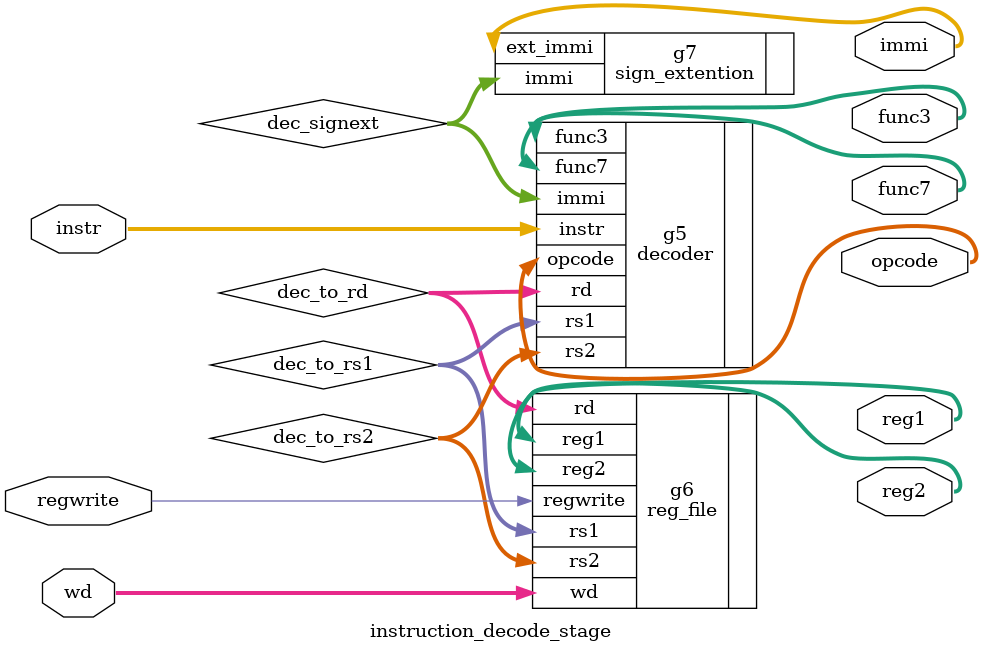
<source format=sv>
`timescale 1ns / 1ps


module instruction_decode_stage #(parameter N=32)(instr,reg1,reg2,immi,func3,func7,opcode,wd,regwrite);
input logic [N-1:0] instr,wd;
input logic regwrite;
output logic [N-1:0] reg1,reg2,immi;
output logic [2:0] func3;
output logic [6:0] func7,opcode;
logic [4:0] dec_to_rd,dec_to_rs1,dec_to_rs2;
logic [11:0] dec_signext;
decoder g5 (.instr(instr), .opcode(opcode), .func3(func3), .func7(func7), .rd(dec_to_rd), .rs1(dec_to_rs1), .rs2(dec_to_rs2), .immi(dec_signext));
reg_file g6 (.rs1(dec_to_rs1), .rs2(dec_to_rs2), .rd(dec_to_rd), .reg1(reg1), .reg2(reg2), .wd(wd), .regwrite(regwrite));
sign_extention g7 (.immi(dec_signext), .ext_immi(immi));
endmodule

</source>
